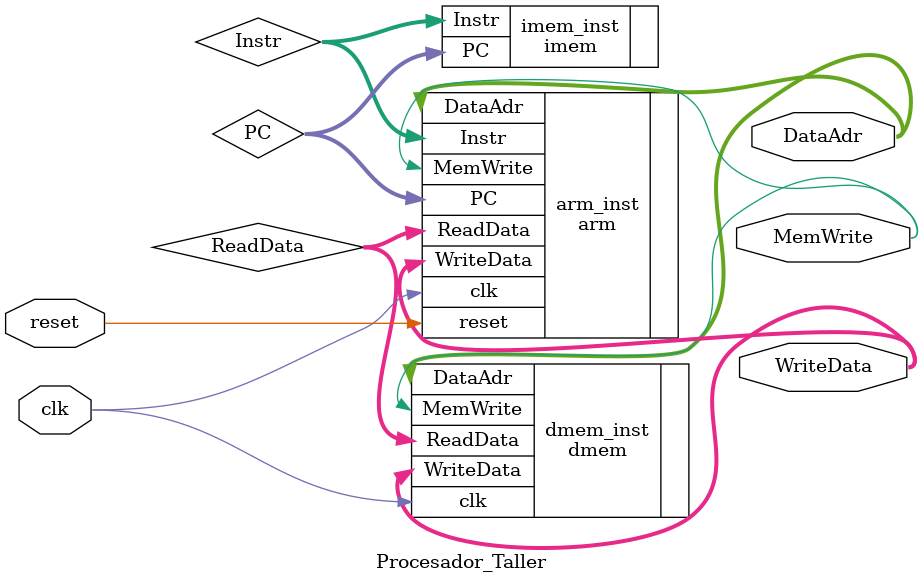
<source format=sv>
module Procesador_Taller(
  input logic clk, reset,
  output logic [31:0] WriteData, DataAdr,
  output logic MemWrite
);

  logic [31:0] PC, Instr, ReadData;

  // Instantiate processor and memories
  arm arm_inst (
    .clk(clk),
    .reset(reset),
    .PC(PC),
    .Instr(Instr),
    .MemWrite(MemWrite),
    .DataAdr(DataAdr),
    .WriteData(WriteData),
    .ReadData(ReadData)
  );

  imem imem_inst (
    .PC(PC),
    .Instr(Instr)
  );

  dmem dmem_inst (
    .clk(clk),
    .MemWrite(MemWrite),
    .DataAdr(DataAdr),
    .WriteData(WriteData),
    .ReadData(ReadData)
  );

endmodule

</source>
